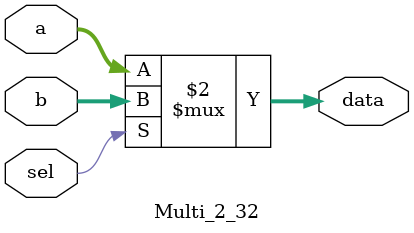
<source format=v>
module Multi_2_32(
	input [31:0]a,
	input [31:0]b,
	input sel,
	output [31:0]data
);

	assign data = (sel==1'b1) ? b : a;

endmodule
</source>
